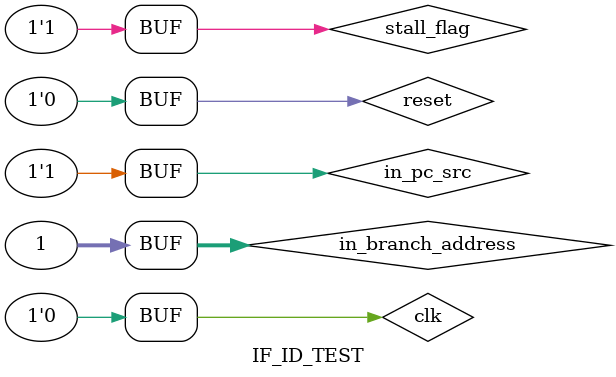
<source format=v>
`timescale 1ns / 1ps


module IF_ID_TEST;

	// Inputs
	reg clk;
	reg reset;
	reg in_pc_src;
	reg [31:0] in_branch_address;
	reg stall_flag;

	// Outputs
	wire [31:0] out_pc_branch;
	wire [31:0] out_instruction;
	wire [31:0] out_pc;
	wire [31:0] out_adder;

	// Instantiate the Unit Under Test (UUT)
	IF_ID uut (
		.clk(clk), 
		.reset(reset), 
		.in_pc_src(in_pc_src), 
		.in_branch_address(in_branch_address), 
		.stall_flag(stall_flag), 
		.out_pc_branch(out_pc_branch), 
		.out_instruction(out_instruction), 
		.out_pc(out_pc),
		.out_adder(out_adder)
	);

	initial begin
		// Initialize Inputs
		$monitor($time,clk,out_adder,out_pc,out_instruction);
		clk = 0;
		reset = 0;
		in_pc_src = 0; //selecciona salida adder
		in_branch_address = 1; // no usamo
		stall_flag = 0; // inicia deshabilitado

		#200 clk=1;
		#200 clk=0;
		
		stall_flag = 1;
		
		#200 clk=1;
		#200 clk=0;
		
		#200 clk=1;
		#200 clk=0;
		
		#200 clk=1;
		#200 clk=0;
		
		#200 clk=1;
		#200 clk=0;		
		
		#200 clk=1;
		#200 clk=0;	
		
		#200 clk=1;
		#200 clk=0;
		
		in_pc_src = 1;
		
		#200 clk=1;
		#200 clk=0;
		
		#200 clk=1;
		#200 clk=0;
		
		#200 clk=1;
		#200 clk=0;
		
	end
      
endmodule


</source>
